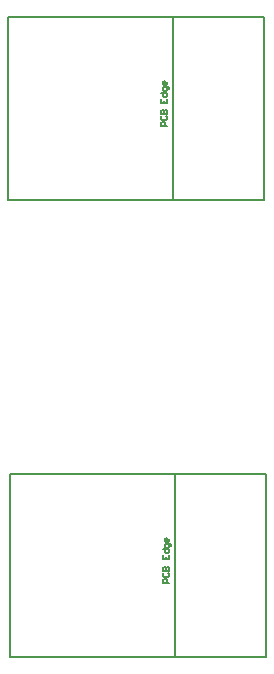
<source format=gm1>
G04*
G04 #@! TF.GenerationSoftware,Altium Limited,Altium Designer,24.1.2 (44)*
G04*
G04 Layer_Color=16711935*
%FSLAX25Y25*%
%MOIN*%
G70*
G04*
G04 #@! TF.SameCoordinates,2D7E79AC-0914-4B2E-807A-CDA8686B17FA*
G04*
G04*
G04 #@! TF.FilePolarity,Positive*
G04*
G01*
G75*
%ADD12C,0.00787*%
%ADD15C,0.00591*%
D12*
X55118Y-303346D02*
Y-242323D01*
X140551Y-303346D02*
Y-242323D01*
X55118D02*
X140551D01*
X55118Y-303346D02*
X140551D01*
X54449Y-151102D02*
Y-90079D01*
X139882Y-151102D02*
Y-90079D01*
X54449D02*
X139882D01*
X54449Y-151102D02*
X139882D01*
D15*
X110236Y-303346D02*
Y-242323D01*
X109567Y-151102D02*
Y-90079D01*
X108202Y-278740D02*
X106235D01*
Y-277756D01*
X106562Y-277428D01*
X107218D01*
X107546Y-277756D01*
Y-278740D01*
X106562Y-275460D02*
X106235Y-275788D01*
Y-276444D01*
X106562Y-276772D01*
X107874D01*
X108202Y-276444D01*
Y-275788D01*
X107874Y-275460D01*
X106235Y-274804D02*
X108202D01*
Y-273820D01*
X107874Y-273493D01*
X107546D01*
X107218Y-273820D01*
Y-274804D01*
Y-273820D01*
X106890Y-273493D01*
X106562D01*
X106235Y-273820D01*
Y-274804D01*
Y-269557D02*
Y-270869D01*
X108202D01*
Y-269557D01*
X107218Y-270869D02*
Y-270213D01*
X106235Y-267589D02*
X108202D01*
Y-268573D01*
X107874Y-268901D01*
X107218D01*
X106890Y-268573D01*
Y-267589D01*
X108858Y-266277D02*
Y-265949D01*
X108530Y-265621D01*
X106890D01*
Y-266605D01*
X107218Y-266933D01*
X107874D01*
X108202Y-266605D01*
Y-265621D01*
Y-263981D02*
Y-264637D01*
X107874Y-264965D01*
X107218D01*
X106890Y-264637D01*
Y-263981D01*
X107218Y-263653D01*
X107546D01*
Y-264965D01*
X107533Y-126496D02*
X105565D01*
Y-125512D01*
X105893Y-125184D01*
X106549D01*
X106877Y-125512D01*
Y-126496D01*
X105893Y-123216D02*
X105565Y-123544D01*
Y-124200D01*
X105893Y-124528D01*
X107205D01*
X107533Y-124200D01*
Y-123544D01*
X107205Y-123216D01*
X105565Y-122560D02*
X107533D01*
Y-121576D01*
X107205Y-121248D01*
X106877D01*
X106549Y-121576D01*
Y-122560D01*
Y-121576D01*
X106221Y-121248D01*
X105893D01*
X105565Y-121576D01*
Y-122560D01*
Y-117313D02*
Y-118625D01*
X107533D01*
Y-117313D01*
X106549Y-118625D02*
Y-117969D01*
X105565Y-115345D02*
X107533D01*
Y-116329D01*
X107205Y-116657D01*
X106549D01*
X106221Y-116329D01*
Y-115345D01*
X108189Y-114033D02*
Y-113705D01*
X107861Y-113377D01*
X106221D01*
Y-114361D01*
X106549Y-114689D01*
X107205D01*
X107533Y-114361D01*
Y-113377D01*
Y-111737D02*
Y-112393D01*
X107205Y-112721D01*
X106549D01*
X106221Y-112393D01*
Y-111737D01*
X106549Y-111409D01*
X106877D01*
Y-112721D01*
M02*

</source>
